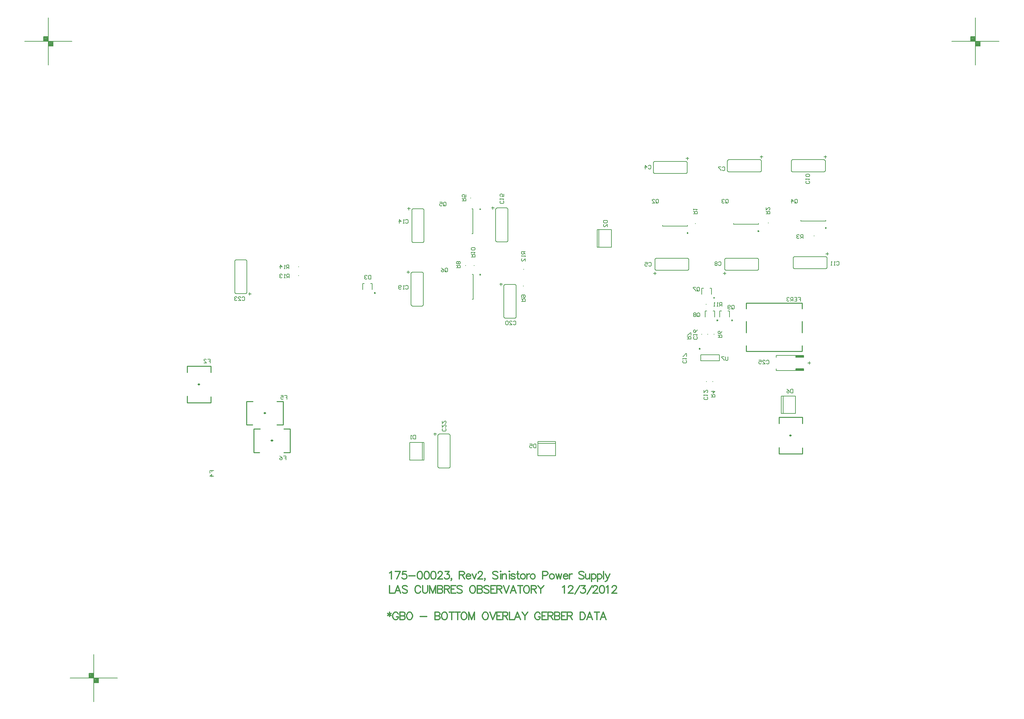
<source format=gbo>
%FSLAX23Y23*%
%MOIN*%
G70*
G01*
G75*
G04 Layer_Color=32896*
%ADD10R,0.209X0.079*%
%ADD11R,0.050X0.050*%
%ADD12R,0.036X0.036*%
%ADD13R,0.059X0.039*%
%ADD14O,0.014X0.067*%
%ADD15O,0.024X0.079*%
%ADD16C,0.050*%
%ADD17C,0.010*%
%ADD18C,0.100*%
%ADD19C,0.025*%
%ADD20C,0.007*%
%ADD21C,0.012*%
%ADD22C,0.008*%
%ADD23C,0.012*%
%ADD24C,0.012*%
%ADD25C,0.020*%
%ADD26C,0.080*%
%ADD27R,0.059X0.059*%
%ADD28C,0.059*%
%ADD29C,0.065*%
%ADD30R,0.079X0.079*%
%ADD31C,0.079*%
%ADD32R,0.100X0.100*%
%ADD33C,0.100*%
%ADD34C,0.070*%
%ADD35R,0.100X0.100*%
%ADD36R,0.059X0.059*%
%ADD37R,0.079X0.079*%
%ADD38C,0.110*%
%ADD39R,0.110X0.110*%
%ADD40C,0.120*%
%ADD41R,0.120X0.120*%
%ADD42C,0.157*%
%ADD43C,0.024*%
%ADD44C,0.050*%
%ADD45C,0.020*%
%ADD46C,0.040*%
%ADD47C,0.005*%
%ADD48C,0.030*%
G04:AMPARAMS|DCode=49|XSize=112mil|YSize=112mil|CornerRadius=0mil|HoleSize=0mil|Usage=FLASHONLY|Rotation=0.000|XOffset=0mil|YOffset=0mil|HoleType=Round|Shape=Relief|Width=10mil|Gap=10mil|Entries=4|*
%AMTHD49*
7,0,0,0.112,0.092,0.010,45*
%
%ADD49THD49*%
%ADD50C,0.072*%
%ADD51C,0.055*%
G04:AMPARAMS|DCode=52|XSize=95.433mil|YSize=95.433mil|CornerRadius=0mil|HoleSize=0mil|Usage=FLASHONLY|Rotation=0.000|XOffset=0mil|YOffset=0mil|HoleType=Round|Shape=Relief|Width=10mil|Gap=10mil|Entries=4|*
%AMTHD52*
7,0,0,0.095,0.075,0.010,45*
%
%ADD52THD52*%
%ADD53C,0.170*%
%ADD54C,0.060*%
%ADD55C,0.067*%
G04:AMPARAMS|DCode=56|XSize=107.244mil|YSize=107.244mil|CornerRadius=0mil|HoleSize=0mil|Usage=FLASHONLY|Rotation=0.000|XOffset=0mil|YOffset=0mil|HoleType=Round|Shape=Relief|Width=10mil|Gap=10mil|Entries=4|*
%AMTHD56*
7,0,0,0.107,0.087,0.010,45*
%
%ADD56THD56*%
G04:AMPARAMS|DCode=57|XSize=120mil|YSize=120mil|CornerRadius=0mil|HoleSize=0mil|Usage=FLASHONLY|Rotation=0.000|XOffset=0mil|YOffset=0mil|HoleType=Round|Shape=Relief|Width=10mil|Gap=10mil|Entries=4|*
%AMTHD57*
7,0,0,0.120,0.100,0.010,45*
%
%ADD57THD57*%
G04:AMPARAMS|DCode=58|XSize=100mil|YSize=100mil|CornerRadius=0mil|HoleSize=0mil|Usage=FLASHONLY|Rotation=0.000|XOffset=0mil|YOffset=0mil|HoleType=Round|Shape=Relief|Width=10mil|Gap=10mil|Entries=4|*
%AMTHD58*
7,0,0,0.100,0.080,0.010,45*
%
%ADD58THD58*%
%ADD59C,0.059*%
%ADD60C,0.091*%
%ADD61C,0.090*%
%ADD62C,0.186*%
G04:AMPARAMS|DCode=63|XSize=88mil|YSize=88mil|CornerRadius=0mil|HoleSize=0mil|Usage=FLASHONLY|Rotation=0.000|XOffset=0mil|YOffset=0mil|HoleType=Round|Shape=Relief|Width=10mil|Gap=10mil|Entries=4|*
%AMTHD63*
7,0,0,0.088,0.068,0.010,45*
%
%ADD63THD63*%
%ADD64C,0.048*%
G04:AMPARAMS|DCode=65|XSize=70mil|YSize=70mil|CornerRadius=0mil|HoleSize=0mil|Usage=FLASHONLY|Rotation=0.000|XOffset=0mil|YOffset=0mil|HoleType=Round|Shape=Relief|Width=10mil|Gap=10mil|Entries=4|*
%AMTHD65*
7,0,0,0.070,0.050,0.010,45*
%
%ADD65THD65*%
%ADD66R,0.063X0.075*%
%ADD67R,0.079X0.209*%
%ADD68R,0.102X0.094*%
%ADD69R,0.268X0.272*%
%ADD70R,0.037X0.075*%
%ADD71R,0.150X0.106*%
%ADD72R,0.050X0.050*%
%ADD73R,0.036X0.032*%
%ADD74R,0.035X0.037*%
%ADD75R,0.035X0.037*%
%ADD76R,0.032X0.036*%
%ADD77R,0.272X0.268*%
%ADD78R,0.075X0.037*%
%ADD79O,0.028X0.098*%
%ADD80C,0.020*%
%ADD81C,0.010*%
%ADD82C,0.024*%
%ADD83C,0.010*%
%ADD84C,0.008*%
%ADD85C,0.030*%
%ADD86C,0.006*%
%ADD87C,0.007*%
%ADD88C,0.015*%
%ADD89R,0.043X0.008*%
%ADD90R,0.257X0.184*%
%ADD91R,0.213X0.083*%
%ADD92R,0.054X0.054*%
%ADD93R,0.040X0.040*%
%ADD94R,0.063X0.043*%
%ADD95O,0.018X0.071*%
%ADD96O,0.028X0.083*%
%ADD97C,0.084*%
%ADD98R,0.063X0.063*%
%ADD99C,0.063*%
%ADD100C,0.069*%
%ADD101R,0.083X0.083*%
%ADD102C,0.083*%
%ADD103R,0.104X0.104*%
%ADD104C,0.104*%
%ADD105C,0.074*%
%ADD106R,0.104X0.104*%
%ADD107R,0.063X0.063*%
%ADD108R,0.083X0.083*%
%ADD109C,0.114*%
%ADD110R,0.114X0.114*%
%ADD111C,0.124*%
%ADD112R,0.124X0.124*%
%ADD113C,0.161*%
%ADD114C,0.028*%
%ADD115C,0.054*%
%ADD116R,2.247X0.329*%
%ADD117R,0.067X0.079*%
%ADD118R,0.083X0.213*%
%ADD119R,0.106X0.098*%
%ADD120R,0.272X0.276*%
%ADD121R,0.041X0.079*%
%ADD122R,0.154X0.110*%
%ADD123R,0.054X0.054*%
%ADD124R,0.040X0.036*%
%ADD125R,0.039X0.041*%
%ADD126R,0.039X0.041*%
%ADD127R,0.036X0.040*%
%ADD128R,0.276X0.272*%
%ADD129R,0.079X0.041*%
%ADD130O,0.032X0.102*%
%ADD131R,0.082X0.020*%
D17*
X23722Y17258D02*
X24312D01*
Y17318D01*
X23722Y17258D02*
Y17318D01*
Y17768D02*
X24312D01*
Y17708D02*
Y17768D01*
X23722Y17708D02*
Y17768D01*
Y17453D02*
Y17573D01*
X24312Y17453D02*
Y17573D01*
D20*
X24389Y17120D02*
Y17150D01*
X24374Y17135D02*
X24404D01*
X23102Y19281D02*
Y19311D01*
X23087Y19296D02*
X23117D01*
X22759Y18066D02*
Y18096D01*
X22744Y18081D02*
X22774D01*
X23884Y19298D02*
Y19328D01*
X23869Y19313D02*
X23899D01*
X23496Y18066D02*
Y18096D01*
X23481Y18081D02*
X23511D01*
X24560Y19298D02*
Y19328D01*
X24545Y19313D02*
X24575D01*
X24579Y18273D02*
Y18303D01*
X24564Y18288D02*
X24594D01*
X20146Y18766D02*
X20176D01*
X20161Y18751D02*
Y18781D01*
X21032Y18773D02*
X21062D01*
X21047Y18758D02*
Y18788D01*
X20139Y18094D02*
X20169D01*
X20154Y18079D02*
Y18109D01*
X21119Y17966D02*
X21149D01*
X21134Y17951D02*
Y17981D01*
X20422Y16383D02*
X20452D01*
X20437Y16368D02*
Y16398D01*
X18466Y17865D02*
X18496D01*
X18481Y17850D02*
Y17880D01*
X18059Y15971D02*
Y15997D01*
X18079D01*
Y15984D01*
Y15997D01*
X18099D01*
Y15937D02*
X18059D01*
X18079Y15957D01*
Y15931D01*
X18037Y17175D02*
X18064D01*
Y17155D01*
X18050D01*
X18064D01*
Y17135D01*
X17997D02*
X18024D01*
X17997Y17162D01*
Y17169D01*
X18004Y17175D01*
X18017D01*
X18024Y17169D01*
X18848Y16791D02*
X18875D01*
Y16771D01*
X18862D01*
X18875D01*
Y16751D01*
X18809Y16791D02*
X18835D01*
Y16771D01*
X18822Y16778D01*
X18815D01*
X18809Y16771D01*
Y16758D01*
X18815Y16751D01*
X18829D01*
X18835Y16758D01*
X18837Y16150D02*
X18864D01*
Y16130D01*
X18851D01*
X18864D01*
Y16110D01*
X18798Y16150D02*
X18811Y16143D01*
X18824Y16130D01*
Y16117D01*
X18818Y16110D01*
X18804D01*
X18798Y16117D01*
Y16123D01*
X18804Y16130D01*
X18824D01*
X23937Y17155D02*
X23943Y17162D01*
X23956D01*
X23963Y17155D01*
Y17129D01*
X23956Y17122D01*
X23943D01*
X23937Y17129D01*
X23897Y17122D02*
X23923D01*
X23897Y17149D01*
Y17155D01*
X23903Y17162D01*
X23917D01*
X23923Y17155D01*
X23857Y17162D02*
X23883D01*
Y17142D01*
X23870Y17149D01*
X23863D01*
X23857Y17142D01*
Y17129D01*
X23863Y17122D01*
X23877D01*
X23883Y17129D01*
X24237Y18830D02*
Y18856D01*
X24244Y18863D01*
X24257D01*
X24264Y18856D01*
Y18830D01*
X24257Y18823D01*
X24244D01*
X24251Y18836D02*
X24237Y18823D01*
X24244D02*
X24237Y18830D01*
X24204Y18823D02*
Y18863D01*
X24224Y18843D01*
X24198D01*
X24271Y17827D02*
X24298D01*
Y17807D01*
X24285D01*
X24298D01*
Y17787D01*
X24232Y17827D02*
X24258D01*
Y17787D01*
X24232D01*
X24258Y17807D02*
X24245D01*
X24218Y17787D02*
Y17827D01*
X24198D01*
X24192Y17820D01*
Y17807D01*
X24198Y17800D01*
X24218D01*
X24205D02*
X24192Y17787D01*
X24178Y17820D02*
X24172Y17827D01*
X24158D01*
X24152Y17820D01*
Y17814D01*
X24158Y17807D01*
X24165D01*
X24158D01*
X24152Y17800D01*
Y17794D01*
X24158Y17787D01*
X24172D01*
X24178Y17794D01*
X23353Y16772D02*
X23393D01*
Y16792D01*
X23386Y16799D01*
X23373D01*
X23366Y16792D01*
Y16772D01*
Y16785D02*
X23353Y16799D01*
Y16832D02*
X23393D01*
X23373Y16812D01*
Y16839D01*
X24325Y18450D02*
Y18490D01*
X24305D01*
X24298Y18483D01*
Y18470D01*
X24305Y18463D01*
X24325D01*
X24312D02*
X24298Y18450D01*
X24285Y18483D02*
X24278Y18490D01*
X24265D01*
X24258Y18483D01*
Y18476D01*
X24265Y18470D01*
X24272D01*
X24265D01*
X24258Y18463D01*
Y18456D01*
X24265Y18450D01*
X24278D01*
X24285Y18456D01*
X22691Y19218D02*
X22697Y19225D01*
X22710D01*
X22717Y19218D01*
Y19192D01*
X22710Y19185D01*
X22697D01*
X22691Y19192D01*
X22657Y19185D02*
Y19225D01*
X22677Y19205D01*
X22651D01*
X22694Y18189D02*
X22700Y18196D01*
X22713D01*
X22720Y18189D01*
Y18163D01*
X22713Y18156D01*
X22700D01*
X22694Y18163D01*
X22654Y18196D02*
X22680D01*
Y18176D01*
X22667Y18183D01*
X22660D01*
X22654Y18176D01*
Y18163D01*
X22660Y18156D01*
X22674D01*
X22680Y18163D01*
X23469Y19201D02*
X23476Y19208D01*
X23489D01*
X23496Y19201D01*
Y19175D01*
X23489Y19168D01*
X23476D01*
X23469Y19175D01*
X23456Y19208D02*
X23430D01*
Y19201D01*
X23456Y19175D01*
Y19168D01*
X23431Y18198D02*
X23438Y18205D01*
X23451D01*
X23458Y18198D01*
Y18172D01*
X23451Y18165D01*
X23438D01*
X23431Y18172D01*
X23418Y18198D02*
X23412Y18205D01*
X23398D01*
X23392Y18198D01*
Y18192D01*
X23398Y18185D01*
X23392Y18178D01*
Y18172D01*
X23398Y18165D01*
X23412D01*
X23418Y18172D01*
Y18178D01*
X23412Y18185D01*
X23418Y18192D01*
Y18198D01*
X23412Y18185D02*
X23398D01*
X24385Y19058D02*
X24392Y19051D01*
Y19038D01*
X24385Y19031D01*
X24359D01*
X24352Y19038D01*
Y19051D01*
X24359Y19058D01*
X24352Y19071D02*
Y19084D01*
Y19078D01*
X24392D01*
X24385Y19071D01*
Y19104D02*
X24392Y19111D01*
Y19124D01*
X24385Y19131D01*
X24359D01*
X24352Y19124D01*
Y19111D01*
X24359Y19104D01*
X24385D01*
X24676Y18201D02*
X24683Y18208D01*
X24696D01*
X24703Y18201D01*
Y18175D01*
X24696Y18168D01*
X24683D01*
X24676Y18175D01*
X24663Y18168D02*
X24650D01*
X24656D01*
Y18208D01*
X24663Y18201D01*
X24630Y18168D02*
X24616D01*
X24623D01*
Y18208D01*
X24630Y18201D01*
X23310Y16774D02*
X23317Y16767D01*
Y16754D01*
X23310Y16747D01*
X23284D01*
X23277Y16754D01*
Y16767D01*
X23284Y16774D01*
X23277Y16787D02*
Y16800D01*
Y16794D01*
X23317D01*
X23310Y16787D01*
X23277Y16847D02*
Y16820D01*
X23304Y16847D01*
X23310D01*
X23317Y16840D01*
Y16827D01*
X23310Y16820D01*
X20125Y18642D02*
X20132Y18649D01*
X20145D01*
X20152Y18642D01*
Y18616D01*
X20145Y18609D01*
X20132D01*
X20125Y18616D01*
X20112Y18609D02*
X20099D01*
X20106D01*
Y18649D01*
X20112Y18642D01*
X20059Y18609D02*
Y18649D01*
X20079Y18629D01*
X20052D01*
X21156Y18846D02*
X21163Y18839D01*
Y18826D01*
X21156Y18819D01*
X21130D01*
X21123Y18826D01*
Y18839D01*
X21130Y18846D01*
X21123Y18859D02*
Y18872D01*
Y18866D01*
X21163D01*
X21156Y18859D01*
X21163Y18919D02*
Y18892D01*
X21143D01*
X21150Y18906D01*
Y18912D01*
X21143Y18919D01*
X21130D01*
X21123Y18912D01*
Y18899D01*
X21130Y18892D01*
X23199Y17412D02*
X23206Y17405D01*
Y17392D01*
X23199Y17385D01*
X23173D01*
X23166Y17392D01*
Y17405D01*
X23173Y17412D01*
X23166Y17425D02*
Y17438D01*
Y17432D01*
X23206D01*
X23199Y17425D01*
X23206Y17485D02*
X23199Y17472D01*
X23186Y17458D01*
X23173D01*
X23166Y17465D01*
Y17478D01*
X23173Y17485D01*
X23179D01*
X23186Y17478D01*
Y17458D01*
X23087Y17159D02*
X23094Y17152D01*
Y17139D01*
X23087Y17132D01*
X23061D01*
X23054Y17139D01*
Y17152D01*
X23061Y17159D01*
X23054Y17172D02*
Y17185D01*
Y17179D01*
X23094D01*
X23087Y17172D01*
X23094Y17205D02*
Y17232D01*
X23087D01*
X23061Y17205D01*
X23054D01*
X20125Y17947D02*
X20132Y17954D01*
X20145D01*
X20152Y17947D01*
Y17921D01*
X20145Y17914D01*
X20132D01*
X20125Y17921D01*
X20112Y17914D02*
X20099D01*
X20106D01*
Y17954D01*
X20112Y17947D01*
X20079Y17921D02*
X20072Y17914D01*
X20059D01*
X20052Y17921D01*
Y17947D01*
X20059Y17954D01*
X20072D01*
X20079Y17947D01*
Y17941D01*
X20072Y17934D01*
X20052D01*
X21263Y17570D02*
X21269Y17577D01*
X21282D01*
X21289Y17570D01*
Y17544D01*
X21282Y17537D01*
X21269D01*
X21263Y17544D01*
X21223Y17537D02*
X21249D01*
X21223Y17564D01*
Y17570D01*
X21229Y17577D01*
X21243D01*
X21249Y17570D01*
X21209D02*
X21203Y17577D01*
X21189D01*
X21183Y17570D01*
Y17544D01*
X21189Y17537D01*
X21203D01*
X21209Y17544D01*
Y17570D01*
X20546Y16439D02*
X20553Y16432D01*
Y16419D01*
X20546Y16412D01*
X20520D01*
X20513Y16419D01*
Y16432D01*
X20520Y16439D01*
X20513Y16479D02*
Y16452D01*
X20540Y16479D01*
X20546D01*
X20553Y16472D01*
Y16459D01*
X20546Y16452D01*
X20513Y16519D02*
Y16492D01*
X20540Y16519D01*
X20546D01*
X20553Y16512D01*
Y16499D01*
X20546Y16492D01*
X18399Y17825D02*
X18406Y17832D01*
X18419D01*
X18426Y17825D01*
Y17799D01*
X18419Y17792D01*
X18406D01*
X18399Y17799D01*
X18360Y17792D02*
X18386D01*
X18360Y17819D01*
Y17825D01*
X18366Y17832D01*
X18380D01*
X18386Y17825D01*
X18346D02*
X18340Y17832D01*
X18326D01*
X18320Y17825D01*
Y17819D01*
X18326Y17812D01*
X18333D01*
X18326D01*
X18320Y17805D01*
Y17799D01*
X18326Y17792D01*
X18340D01*
X18346Y17799D01*
X20232Y16370D02*
Y16330D01*
X20212D01*
X20205Y16336D01*
Y16363D01*
X20212Y16370D01*
X20232D01*
X20192Y16330D02*
X20179D01*
X20185D01*
Y16370D01*
X20192Y16363D01*
X22217Y18639D02*
X22257D01*
Y18619D01*
X22250Y18613D01*
X22224D01*
X22217Y18619D01*
Y18639D01*
X22257Y18573D02*
Y18599D01*
X22230Y18573D01*
X22224D01*
X22217Y18579D01*
Y18593D01*
X22224Y18599D01*
X19759Y18060D02*
Y18020D01*
X19739D01*
X19733Y18027D01*
Y18053D01*
X19739Y18060D01*
X19759D01*
X19719Y18053D02*
X19713Y18060D01*
X19699D01*
X19693Y18053D01*
Y18047D01*
X19699Y18040D01*
X19706D01*
X19699D01*
X19693Y18033D01*
Y18027D01*
X19699Y18020D01*
X19713D01*
X19719Y18027D01*
X21503Y16278D02*
Y16238D01*
X21483D01*
X21476Y16245D01*
Y16271D01*
X21483Y16278D01*
X21503D01*
X21437D02*
X21463D01*
Y16258D01*
X21450Y16265D01*
X21443D01*
X21437Y16258D01*
Y16245D01*
X21443Y16238D01*
X21457D01*
X21463Y16245D01*
X24218Y16857D02*
Y16817D01*
X24198D01*
X24191Y16824D01*
Y16850D01*
X24198Y16857D01*
X24218D01*
X24152D02*
X24165Y16850D01*
X24178Y16837D01*
Y16824D01*
X24172Y16817D01*
X24158D01*
X24152Y16824D01*
Y16830D01*
X24158Y16837D01*
X24178D01*
X22770Y18832D02*
Y18858D01*
X22776Y18865D01*
X22789D01*
X22796Y18858D01*
Y18832D01*
X22789Y18825D01*
X22776D01*
X22783Y18838D02*
X22770Y18825D01*
X22776D02*
X22770Y18832D01*
X22730Y18825D02*
X22756D01*
X22730Y18852D01*
Y18858D01*
X22736Y18865D01*
X22750D01*
X22756Y18858D01*
X23506Y18831D02*
Y18857D01*
X23513Y18864D01*
X23526D01*
X23533Y18857D01*
Y18831D01*
X23526Y18824D01*
X23513D01*
X23519Y18837D02*
X23506Y18824D01*
X23513D02*
X23506Y18831D01*
X23493Y18857D02*
X23486Y18864D01*
X23473D01*
X23466Y18857D01*
Y18851D01*
X23473Y18844D01*
X23479D01*
X23473D01*
X23466Y18837D01*
Y18831D01*
X23473Y18824D01*
X23486D01*
X23493Y18831D01*
X20528Y18801D02*
Y18827D01*
X20534Y18834D01*
X20547D01*
X20554Y18827D01*
Y18801D01*
X20547Y18794D01*
X20534D01*
X20541Y18807D02*
X20528Y18794D01*
X20534D02*
X20528Y18801D01*
X20488Y18834D02*
X20514D01*
Y18814D01*
X20501Y18821D01*
X20494D01*
X20488Y18814D01*
Y18801D01*
X20494Y18794D01*
X20508D01*
X20514Y18801D01*
X20544Y18105D02*
Y18131D01*
X20550Y18138D01*
X20563D01*
X20570Y18131D01*
Y18105D01*
X20563Y18098D01*
X20550D01*
X20557Y18111D02*
X20544Y18098D01*
X20550D02*
X20544Y18105D01*
X20504Y18138D02*
X20517Y18131D01*
X20530Y18118D01*
Y18105D01*
X20524Y18098D01*
X20510D01*
X20504Y18105D01*
Y18111D01*
X20510Y18118D01*
X20530D01*
X23202Y17901D02*
Y17927D01*
X23209Y17934D01*
X23222D01*
X23229Y17927D01*
Y17901D01*
X23222Y17894D01*
X23209D01*
X23216Y17907D02*
X23202Y17894D01*
X23209D02*
X23202Y17901D01*
X23189Y17934D02*
X23163D01*
Y17927D01*
X23189Y17901D01*
Y17894D01*
X23205Y17629D02*
Y17655D01*
X23212Y17662D01*
X23225D01*
X23232Y17655D01*
Y17629D01*
X23225Y17622D01*
X23212D01*
X23219Y17635D02*
X23205Y17622D01*
X23212D02*
X23205Y17629D01*
X23192Y17655D02*
X23186Y17662D01*
X23172D01*
X23166Y17655D01*
Y17649D01*
X23172Y17642D01*
X23166Y17635D01*
Y17629D01*
X23172Y17622D01*
X23186D01*
X23192Y17629D01*
Y17635D01*
X23186Y17642D01*
X23192Y17649D01*
Y17655D01*
X23186Y17642D02*
X23172D01*
X23569Y17711D02*
Y17737D01*
X23576Y17744D01*
X23589D01*
X23596Y17737D01*
Y17711D01*
X23589Y17704D01*
X23576D01*
X23583Y17717D02*
X23569Y17704D01*
X23576D02*
X23569Y17711D01*
X23556D02*
X23550Y17704D01*
X23536D01*
X23530Y17711D01*
Y17737D01*
X23536Y17744D01*
X23550D01*
X23556Y17737D01*
Y17731D01*
X23550Y17724D01*
X23530D01*
X23166Y18710D02*
X23206D01*
Y18730D01*
X23200Y18737D01*
X23186D01*
X23180Y18730D01*
Y18710D01*
Y18723D02*
X23166Y18737D01*
Y18750D02*
Y18763D01*
Y18757D01*
X23206D01*
X23200Y18750D01*
X23934Y18711D02*
X23974D01*
Y18731D01*
X23967Y18737D01*
X23954D01*
X23947Y18731D01*
Y18711D01*
Y18724D02*
X23934Y18737D01*
Y18777D02*
Y18751D01*
X23960Y18777D01*
X23967D01*
X23974Y18771D01*
Y18757D01*
X23967Y18751D01*
X20723Y18847D02*
X20763D01*
Y18867D01*
X20756Y18874D01*
X20743D01*
X20736Y18867D01*
Y18847D01*
Y18860D02*
X20723Y18874D01*
X20763Y18914D02*
Y18887D01*
X20743D01*
X20750Y18900D01*
Y18907D01*
X20743Y18914D01*
X20730D01*
X20723Y18907D01*
Y18894D01*
X20730Y18887D01*
X23427Y17402D02*
X23467D01*
Y17422D01*
X23460Y17429D01*
X23447D01*
X23440Y17422D01*
Y17402D01*
Y17415D02*
X23427Y17429D01*
X23467Y17469D02*
X23460Y17455D01*
X23447Y17442D01*
X23434D01*
X23427Y17449D01*
Y17462D01*
X23434Y17469D01*
X23440D01*
X23447Y17462D01*
Y17442D01*
X23101Y17388D02*
X23141D01*
Y17408D01*
X23134Y17415D01*
X23121D01*
X23114Y17408D01*
Y17388D01*
Y17401D02*
X23101Y17415D01*
X23141Y17428D02*
Y17455D01*
X23134D01*
X23108Y17428D01*
X23101D01*
X20665Y18139D02*
X20705D01*
Y18159D01*
X20698Y18166D01*
X20685D01*
X20678Y18159D01*
Y18139D01*
Y18152D02*
X20665Y18166D01*
X20698Y18179D02*
X20705Y18186D01*
Y18199D01*
X20698Y18206D01*
X20692D01*
X20685Y18199D01*
X20678Y18206D01*
X20672D01*
X20665Y18199D01*
Y18186D01*
X20672Y18179D01*
X20678D01*
X20685Y18186D01*
X20692Y18179D01*
X20698D01*
X20685Y18186D02*
Y18199D01*
X21349Y17785D02*
X21389D01*
Y17805D01*
X21382Y17812D01*
X21369D01*
X21362Y17805D01*
Y17785D01*
Y17798D02*
X21349Y17812D01*
X21356Y17825D02*
X21349Y17832D01*
Y17845D01*
X21356Y17852D01*
X21382D01*
X21389Y17845D01*
Y17832D01*
X21382Y17825D01*
X21376D01*
X21369Y17832D01*
Y17852D01*
X20821Y18255D02*
X20861D01*
Y18275D01*
X20854Y18282D01*
X20841D01*
X20834Y18275D01*
Y18255D01*
Y18268D02*
X20821Y18282D01*
Y18295D02*
Y18308D01*
Y18302D01*
X20861D01*
X20854Y18295D01*
Y18328D02*
X20861Y18335D01*
Y18348D01*
X20854Y18355D01*
X20828D01*
X20821Y18348D01*
Y18335D01*
X20828Y18328D01*
X20854D01*
X23466Y17735D02*
Y17775D01*
X23446D01*
X23440Y17768D01*
Y17755D01*
X23446Y17748D01*
X23466D01*
X23453D02*
X23440Y17735D01*
X23426D02*
X23413D01*
X23420D01*
Y17775D01*
X23426Y17768D01*
X23393Y17735D02*
X23380D01*
X23386D01*
Y17775D01*
X23393Y17768D01*
X21389Y18311D02*
X21349D01*
Y18291D01*
X21356Y18284D01*
X21369D01*
X21376Y18291D01*
Y18311D01*
Y18298D02*
X21389Y18284D01*
Y18271D02*
Y18258D01*
Y18264D01*
X21349D01*
X21356Y18271D01*
X21389Y18211D02*
Y18238D01*
X21363Y18211D01*
X21356D01*
X21349Y18218D01*
Y18231D01*
X21356Y18238D01*
X18897Y18032D02*
Y18072D01*
X18877D01*
X18871Y18065D01*
Y18052D01*
X18877Y18045D01*
X18897D01*
X18884D02*
X18871Y18032D01*
X18857D02*
X18844D01*
X18851D01*
Y18072D01*
X18857Y18065D01*
X18824D02*
X18817Y18072D01*
X18804D01*
X18797Y18065D01*
Y18059D01*
X18804Y18052D01*
X18811D01*
X18804D01*
X18797Y18045D01*
Y18039D01*
X18804Y18032D01*
X18817D01*
X18824Y18039D01*
X18895Y18131D02*
Y18171D01*
X18875D01*
X18868Y18164D01*
Y18151D01*
X18875Y18144D01*
X18895D01*
X18882D02*
X18868Y18131D01*
X18855D02*
X18842D01*
X18849D01*
Y18171D01*
X18855Y18164D01*
X18802Y18131D02*
Y18171D01*
X18822Y18151D01*
X18795D01*
X23531Y17200D02*
Y17167D01*
X23524Y17160D01*
X23511D01*
X23504Y17167D01*
Y17200D01*
X23491D02*
X23465D01*
Y17193D01*
X23491Y17167D01*
Y17160D01*
D21*
X19956Y14499D02*
Y14454D01*
X19937Y14488D02*
X19975Y14465D01*
Y14488D02*
X19937Y14465D01*
X20049Y14480D02*
X20045Y14488D01*
X20037Y14496D01*
X20030Y14499D01*
X20014D01*
X20007Y14496D01*
X19999Y14488D01*
X19995Y14480D01*
X19991Y14469D01*
Y14450D01*
X19995Y14439D01*
X19999Y14431D01*
X20007Y14423D01*
X20014Y14419D01*
X20030D01*
X20037Y14423D01*
X20045Y14431D01*
X20049Y14439D01*
Y14450D01*
X20030D02*
X20049D01*
X20067Y14499D02*
Y14419D01*
Y14499D02*
X20101D01*
X20113Y14496D01*
X20116Y14492D01*
X20120Y14484D01*
Y14477D01*
X20116Y14469D01*
X20113Y14465D01*
X20101Y14461D01*
X20067D02*
X20101D01*
X20113Y14458D01*
X20116Y14454D01*
X20120Y14446D01*
Y14435D01*
X20116Y14427D01*
X20113Y14423D01*
X20101Y14419D01*
X20067D01*
X20161Y14499D02*
X20153Y14496D01*
X20146Y14488D01*
X20142Y14480D01*
X20138Y14469D01*
Y14450D01*
X20142Y14439D01*
X20146Y14431D01*
X20153Y14423D01*
X20161Y14419D01*
X20176D01*
X20184Y14423D01*
X20191Y14431D01*
X20195Y14439D01*
X20199Y14450D01*
Y14469D01*
X20195Y14480D01*
X20191Y14488D01*
X20184Y14496D01*
X20176Y14499D01*
X20161D01*
X20281Y14454D02*
X20349D01*
X20436Y14499D02*
Y14419D01*
Y14499D02*
X20470D01*
X20481Y14496D01*
X20485Y14492D01*
X20489Y14484D01*
Y14477D01*
X20485Y14469D01*
X20481Y14465D01*
X20470Y14461D01*
X20436D02*
X20470D01*
X20481Y14458D01*
X20485Y14454D01*
X20489Y14446D01*
Y14435D01*
X20485Y14427D01*
X20481Y14423D01*
X20470Y14419D01*
X20436D01*
X20530Y14499D02*
X20522Y14496D01*
X20514Y14488D01*
X20511Y14480D01*
X20507Y14469D01*
Y14450D01*
X20511Y14439D01*
X20514Y14431D01*
X20522Y14423D01*
X20530Y14419D01*
X20545D01*
X20553Y14423D01*
X20560Y14431D01*
X20564Y14439D01*
X20568Y14450D01*
Y14469D01*
X20564Y14480D01*
X20560Y14488D01*
X20553Y14496D01*
X20545Y14499D01*
X20530D01*
X20613D02*
Y14419D01*
X20586Y14499D02*
X20640D01*
X20676D02*
Y14419D01*
X20649Y14499D02*
X20703D01*
X20735D02*
X20727Y14496D01*
X20720Y14488D01*
X20716Y14480D01*
X20712Y14469D01*
Y14450D01*
X20716Y14439D01*
X20720Y14431D01*
X20727Y14423D01*
X20735Y14419D01*
X20750D01*
X20758Y14423D01*
X20765Y14431D01*
X20769Y14439D01*
X20773Y14450D01*
Y14469D01*
X20769Y14480D01*
X20765Y14488D01*
X20758Y14496D01*
X20750Y14499D01*
X20735D01*
X20792D02*
Y14419D01*
Y14499D02*
X20822Y14419D01*
X20853Y14499D02*
X20822Y14419D01*
X20853Y14499D02*
Y14419D01*
X20961Y14499D02*
X20954Y14496D01*
X20946Y14488D01*
X20942Y14480D01*
X20938Y14469D01*
Y14450D01*
X20942Y14439D01*
X20946Y14431D01*
X20954Y14423D01*
X20961Y14419D01*
X20976D01*
X20984Y14423D01*
X20992Y14431D01*
X20995Y14439D01*
X20999Y14450D01*
Y14469D01*
X20995Y14480D01*
X20992Y14488D01*
X20984Y14496D01*
X20976Y14499D01*
X20961D01*
X21018D02*
X21048Y14419D01*
X21079Y14499D02*
X21048Y14419D01*
X21139Y14499D02*
X21089D01*
Y14419D01*
X21139D01*
X21089Y14461D02*
X21120D01*
X21152Y14499D02*
Y14419D01*
Y14499D02*
X21186D01*
X21198Y14496D01*
X21202Y14492D01*
X21205Y14484D01*
Y14477D01*
X21202Y14469D01*
X21198Y14465D01*
X21186Y14461D01*
X21152D01*
X21179D02*
X21205Y14419D01*
X21223Y14499D02*
Y14419D01*
X21269D01*
X21339D02*
X21308Y14499D01*
X21278Y14419D01*
X21289Y14446D02*
X21327D01*
X21357Y14499D02*
X21388Y14461D01*
Y14419D01*
X21418Y14499D02*
X21388Y14461D01*
X21548Y14480D02*
X21545Y14488D01*
X21537Y14496D01*
X21529Y14499D01*
X21514D01*
X21507Y14496D01*
X21499Y14488D01*
X21495Y14480D01*
X21491Y14469D01*
Y14450D01*
X21495Y14439D01*
X21499Y14431D01*
X21507Y14423D01*
X21514Y14419D01*
X21529D01*
X21537Y14423D01*
X21545Y14431D01*
X21548Y14439D01*
Y14450D01*
X21529D02*
X21548D01*
X21616Y14499D02*
X21567D01*
Y14419D01*
X21616D01*
X21567Y14461D02*
X21597D01*
X21630Y14499D02*
Y14419D01*
Y14499D02*
X21664D01*
X21675Y14496D01*
X21679Y14492D01*
X21683Y14484D01*
Y14477D01*
X21679Y14469D01*
X21675Y14465D01*
X21664Y14461D01*
X21630D01*
X21656D02*
X21683Y14419D01*
X21701Y14499D02*
Y14419D01*
Y14499D02*
X21735D01*
X21747Y14496D01*
X21750Y14492D01*
X21754Y14484D01*
Y14477D01*
X21750Y14469D01*
X21747Y14465D01*
X21735Y14461D01*
X21701D02*
X21735D01*
X21747Y14458D01*
X21750Y14454D01*
X21754Y14446D01*
Y14435D01*
X21750Y14427D01*
X21747Y14423D01*
X21735Y14419D01*
X21701D01*
X21822Y14499D02*
X21772D01*
Y14419D01*
X21822D01*
X21772Y14461D02*
X21803D01*
X21835Y14499D02*
Y14419D01*
Y14499D02*
X21869D01*
X21881Y14496D01*
X21884Y14492D01*
X21888Y14484D01*
Y14477D01*
X21884Y14469D01*
X21881Y14465D01*
X21869Y14461D01*
X21835D01*
X21862D02*
X21888Y14419D01*
X21969Y14499D02*
Y14419D01*
Y14499D02*
X21996D01*
X22007Y14496D01*
X22015Y14488D01*
X22018Y14480D01*
X22022Y14469D01*
Y14450D01*
X22018Y14439D01*
X22015Y14431D01*
X22007Y14423D01*
X21996Y14419D01*
X21969D01*
X22101D02*
X22071Y14499D01*
X22040Y14419D01*
X22052Y14446D02*
X22090D01*
X22146Y14499D02*
Y14419D01*
X22120Y14499D02*
X22173D01*
X22244Y14419D02*
X22213Y14499D01*
X22183Y14419D01*
X22194Y14446D02*
X22232D01*
D22*
X23101Y19251D02*
X23097Y19261D01*
X23087Y19265D01*
Y19137D02*
X23097Y19141D01*
X23101Y19151D01*
X22743D02*
X22747Y19141D01*
X22757Y19137D01*
Y19265D02*
X22747Y19261D01*
X22743Y19251D01*
X22760Y18126D02*
X22764Y18116D01*
X22774Y18112D01*
Y18240D02*
X22764Y18236D01*
X22760Y18226D01*
X23118D02*
X23114Y18236D01*
X23104Y18240D01*
Y18112D02*
X23114Y18116D01*
X23118Y18126D01*
X23883Y19268D02*
X23879Y19278D01*
X23869Y19282D01*
Y19154D02*
X23879Y19158D01*
X23883Y19168D01*
X23525D02*
X23529Y19158D01*
X23539Y19154D01*
Y19282D02*
X23529Y19278D01*
X23525Y19268D01*
X23497Y18126D02*
X23501Y18116D01*
X23511Y18112D01*
Y18240D02*
X23501Y18236D01*
X23497Y18226D01*
X23855D02*
X23851Y18236D01*
X23841Y18240D01*
Y18112D02*
X23851Y18116D01*
X23855Y18126D01*
X24559Y19268D02*
X24555Y19278D01*
X24545Y19282D01*
Y19154D02*
X24555Y19158D01*
X24559Y19168D01*
X24201D02*
X24205Y19158D01*
X24215Y19154D01*
Y19282D02*
X24205Y19278D01*
X24201Y19268D01*
X24578Y18243D02*
X24574Y18253D01*
X24564Y18257D01*
Y18129D02*
X24574Y18133D01*
X24578Y18143D01*
X24220D02*
X24224Y18133D01*
X24234Y18129D01*
Y18257D02*
X24224Y18253D01*
X24220Y18243D01*
X20206Y18765D02*
X20196Y18761D01*
X20192Y18751D01*
X20320D02*
X20316Y18761D01*
X20306Y18765D01*
Y18407D02*
X20316Y18411D01*
X20320Y18421D01*
X20192D02*
X20196Y18411D01*
X20206Y18407D01*
X21092Y18772D02*
X21082Y18768D01*
X21078Y18758D01*
X21206D02*
X21202Y18768D01*
X21192Y18772D01*
Y18414D02*
X21202Y18418D01*
X21206Y18428D01*
X21078D02*
X21082Y18418D01*
X21092Y18414D01*
X20199Y18093D02*
X20189Y18089D01*
X20185Y18079D01*
X20313D02*
X20309Y18089D01*
X20299Y18093D01*
Y17735D02*
X20309Y17739D01*
X20313Y17749D01*
X20185D02*
X20189Y17739D01*
X20199Y17735D01*
X21179Y17965D02*
X21169Y17961D01*
X21165Y17951D01*
X21293D02*
X21289Y17961D01*
X21279Y17965D01*
Y17607D02*
X21289Y17611D01*
X21293Y17621D01*
X21165D02*
X21169Y17611D01*
X21179Y17607D01*
X20482Y16382D02*
X20472Y16378D01*
X20468Y16368D01*
X20596D02*
X20592Y16378D01*
X20582Y16382D01*
Y16024D02*
X20592Y16028D01*
X20596Y16038D01*
X20468D02*
X20472Y16028D01*
X20482Y16024D01*
X18436Y17866D02*
X18446Y17870D01*
X18450Y17880D01*
X18322D02*
X18327Y17870D01*
X18336Y17866D01*
Y18224D02*
X18327Y18220D01*
X18322Y18210D01*
X18450D02*
X18446Y18220D01*
X18436Y18224D01*
X24247Y17195D02*
Y17215D01*
Y17055D02*
Y17075D01*
X24039Y17195D02*
Y17215D01*
X24329Y17195D02*
Y17215D01*
Y17055D02*
Y17075D01*
X24039Y17055D02*
Y17075D01*
X24247Y17195D02*
X24329D01*
X24247Y17075D02*
X24329D01*
X24039Y17215D02*
X24329D01*
X24039Y17055D02*
X24329D01*
X22757Y19137D02*
X23087D01*
X22757Y19265D02*
X23087D01*
X23101Y19151D02*
Y19251D01*
X22743Y19151D02*
Y19251D01*
X22774Y18240D02*
X23104D01*
X22774Y18112D02*
X23104D01*
X22760Y18126D02*
Y18226D01*
X23118Y18126D02*
Y18226D01*
X23539Y19154D02*
X23869D01*
X23539Y19282D02*
X23869D01*
X23883Y19168D02*
Y19268D01*
X23525Y19168D02*
Y19268D01*
X23511Y18240D02*
X23841D01*
X23511Y18112D02*
X23841D01*
X23497Y18126D02*
Y18226D01*
X23855Y18126D02*
Y18226D01*
X24215Y19154D02*
X24545D01*
X24215Y19282D02*
X24545D01*
X24559Y19168D02*
Y19268D01*
X24201Y19168D02*
Y19268D01*
X24234Y18129D02*
X24564D01*
X24234Y18257D02*
X24564D01*
X24578Y18143D02*
Y18243D01*
X24220Y18143D02*
Y18243D01*
X20320Y18421D02*
Y18751D01*
X20192Y18421D02*
Y18751D01*
X20206Y18765D02*
X20306D01*
X20206Y18407D02*
X20306D01*
X21206Y18428D02*
Y18758D01*
X21078Y18428D02*
Y18758D01*
X21092Y18772D02*
X21192D01*
X21092Y18414D02*
X21192D01*
X20313Y17749D02*
Y18079D01*
X20185Y17749D02*
Y18079D01*
X20199Y18093D02*
X20299D01*
X20199Y17735D02*
X20299D01*
X21293Y17621D02*
Y17951D01*
X21165Y17621D02*
Y17951D01*
X21179Y17965D02*
X21279D01*
X21179Y17607D02*
X21279D01*
X20596Y16038D02*
Y16368D01*
X20468Y16038D02*
Y16368D01*
X20482Y16382D02*
X20582D01*
X20482Y16024D02*
X20582D01*
X18322Y17880D02*
Y18210D01*
X18450Y17880D02*
Y18210D01*
X18336Y17866D02*
X18436D01*
X18336Y18224D02*
X18436D01*
X25895Y20535D02*
X26395D01*
X26145Y20285D02*
Y20785D01*
X26095Y20535D02*
Y20585D01*
X26145D01*
X26195Y20485D02*
Y20535D01*
X26145Y20485D02*
X26195D01*
X26150Y20530D02*
X26190D01*
Y20490D02*
Y20530D01*
X26150Y20490D02*
X26190D01*
X26150D02*
Y20530D01*
X26155Y20525D02*
X26185D01*
Y20495D02*
Y20525D01*
X26155Y20495D02*
X26185D01*
X26155D02*
Y20520D01*
X26160D02*
X26180D01*
Y20500D02*
Y20520D01*
X26160Y20500D02*
X26180D01*
X26160D02*
Y20515D01*
X26165D02*
X26175D01*
Y20505D02*
Y20515D01*
X26165Y20505D02*
X26175D01*
X26165D02*
Y20515D01*
Y20510D02*
X26175D01*
X26100Y20580D02*
X26140D01*
Y20540D02*
Y20580D01*
X26100Y20540D02*
X26140D01*
X26100D02*
Y20580D01*
X26105Y20575D02*
X26135D01*
Y20545D02*
Y20575D01*
X26105Y20545D02*
X26135D01*
X26105D02*
Y20570D01*
X26110D02*
X26130D01*
Y20550D02*
Y20570D01*
X26110Y20550D02*
X26130D01*
X26110D02*
Y20565D01*
X26115D02*
X26125D01*
Y20555D02*
Y20565D01*
X26115Y20555D02*
X26125D01*
X26115D02*
Y20565D01*
Y20560D02*
X26125D01*
X16105Y20535D02*
X16605D01*
X16355Y20285D02*
Y20785D01*
X16305Y20535D02*
Y20585D01*
X16355D01*
X16405Y20485D02*
Y20535D01*
X16355Y20485D02*
X16405D01*
X16360Y20530D02*
X16400D01*
Y20490D02*
Y20530D01*
X16360Y20490D02*
X16400D01*
X16360D02*
Y20530D01*
X16365Y20525D02*
X16395D01*
Y20495D02*
Y20525D01*
X16365Y20495D02*
X16395D01*
X16365D02*
Y20520D01*
X16370D02*
X16390D01*
Y20500D02*
Y20520D01*
X16370Y20500D02*
X16390D01*
X16370D02*
Y20515D01*
X16375D02*
X16385D01*
Y20505D02*
Y20515D01*
X16375Y20505D02*
X16385D01*
X16375D02*
Y20515D01*
Y20510D02*
X16385D01*
X16310Y20580D02*
X16350D01*
Y20540D02*
Y20580D01*
X16310Y20540D02*
X16350D01*
X16310D02*
Y20580D01*
X16315Y20575D02*
X16345D01*
Y20545D02*
Y20575D01*
X16315Y20545D02*
X16345D01*
X16315D02*
Y20570D01*
X16320D02*
X16340D01*
Y20550D02*
Y20570D01*
X16320Y20550D02*
X16340D01*
X16320D02*
Y20565D01*
X16325D02*
X16335D01*
Y20555D02*
Y20565D01*
X16325Y20555D02*
X16335D01*
X16325D02*
Y20565D01*
Y20560D02*
X16335D01*
X16582Y13805D02*
X17082D01*
X16832Y13555D02*
Y14055D01*
X16782Y13805D02*
Y13855D01*
X16832D01*
X16882Y13755D02*
Y13805D01*
X16832Y13755D02*
X16882D01*
X16837Y13800D02*
X16877D01*
Y13760D02*
Y13800D01*
X16837Y13760D02*
X16877D01*
X16837D02*
Y13800D01*
X16842Y13795D02*
X16872D01*
Y13765D02*
Y13795D01*
X16842Y13765D02*
X16872D01*
X16842D02*
Y13790D01*
X16847D02*
X16867D01*
Y13770D02*
Y13790D01*
X16847Y13770D02*
X16867D01*
X16847D02*
Y13785D01*
X16852D02*
X16862D01*
Y13775D02*
Y13785D01*
X16852Y13775D02*
X16862D01*
X16852D02*
Y13785D01*
Y13780D02*
X16862D01*
X16787Y13850D02*
X16827D01*
Y13810D02*
Y13850D01*
X16787Y13810D02*
X16827D01*
X16787D02*
Y13850D01*
X16792Y13845D02*
X16822D01*
Y13815D02*
Y13845D01*
X16792Y13815D02*
X16822D01*
X16792D02*
Y13840D01*
X16797D02*
X16817D01*
Y13820D02*
Y13840D01*
X16797Y13820D02*
X16817D01*
X16797D02*
Y13835D01*
X16802D02*
X16812D01*
Y13825D02*
Y13835D01*
X16802Y13825D02*
X16812D01*
X16802D02*
Y13835D01*
Y13830D02*
X16812D01*
D23*
X19958Y14780D02*
Y14700D01*
X20004D01*
X20073D02*
X20043Y14780D01*
X20013Y14700D01*
X20024Y14727D02*
X20062D01*
X20145Y14769D02*
X20138Y14776D01*
X20126Y14780D01*
X20111D01*
X20100Y14776D01*
X20092Y14769D01*
Y14761D01*
X20096Y14753D01*
X20100Y14750D01*
X20107Y14746D01*
X20130Y14738D01*
X20138Y14734D01*
X20142Y14731D01*
X20145Y14723D01*
Y14711D01*
X20138Y14704D01*
X20126Y14700D01*
X20111D01*
X20100Y14704D01*
X20092Y14711D01*
X20283Y14761D02*
X20280Y14769D01*
X20272Y14776D01*
X20264Y14780D01*
X20249D01*
X20241Y14776D01*
X20234Y14769D01*
X20230Y14761D01*
X20226Y14750D01*
Y14731D01*
X20230Y14719D01*
X20234Y14711D01*
X20241Y14704D01*
X20249Y14700D01*
X20264D01*
X20272Y14704D01*
X20280Y14711D01*
X20283Y14719D01*
X20306Y14780D02*
Y14723D01*
X20310Y14711D01*
X20317Y14704D01*
X20329Y14700D01*
X20336D01*
X20348Y14704D01*
X20355Y14711D01*
X20359Y14723D01*
Y14780D01*
X20381D02*
Y14700D01*
Y14780D02*
X20412Y14700D01*
X20442Y14780D02*
X20412Y14700D01*
X20442Y14780D02*
Y14700D01*
X20465Y14780D02*
Y14700D01*
Y14780D02*
X20499D01*
X20511Y14776D01*
X20515Y14772D01*
X20518Y14765D01*
Y14757D01*
X20515Y14750D01*
X20511Y14746D01*
X20499Y14742D01*
X20465D02*
X20499D01*
X20511Y14738D01*
X20515Y14734D01*
X20518Y14727D01*
Y14715D01*
X20515Y14708D01*
X20511Y14704D01*
X20499Y14700D01*
X20465D01*
X20536Y14780D02*
Y14700D01*
Y14780D02*
X20570D01*
X20582Y14776D01*
X20586Y14772D01*
X20590Y14765D01*
Y14757D01*
X20586Y14750D01*
X20582Y14746D01*
X20570Y14742D01*
X20536D01*
X20563D02*
X20590Y14700D01*
X20657Y14780D02*
X20607D01*
Y14700D01*
X20657D01*
X20607Y14742D02*
X20638D01*
X20724Y14769D02*
X20716Y14776D01*
X20705Y14780D01*
X20689D01*
X20678Y14776D01*
X20670Y14769D01*
Y14761D01*
X20674Y14753D01*
X20678Y14750D01*
X20686Y14746D01*
X20708Y14738D01*
X20716Y14734D01*
X20720Y14731D01*
X20724Y14723D01*
Y14711D01*
X20716Y14704D01*
X20705Y14700D01*
X20689D01*
X20678Y14704D01*
X20670Y14711D01*
X20827Y14780D02*
X20820Y14776D01*
X20812Y14769D01*
X20808Y14761D01*
X20804Y14750D01*
Y14731D01*
X20808Y14719D01*
X20812Y14711D01*
X20820Y14704D01*
X20827Y14700D01*
X20842D01*
X20850Y14704D01*
X20858Y14711D01*
X20861Y14719D01*
X20865Y14731D01*
Y14750D01*
X20861Y14761D01*
X20858Y14769D01*
X20850Y14776D01*
X20842Y14780D01*
X20827D01*
X20884D02*
Y14700D01*
Y14780D02*
X20918D01*
X20930Y14776D01*
X20933Y14772D01*
X20937Y14765D01*
Y14757D01*
X20933Y14750D01*
X20930Y14746D01*
X20918Y14742D01*
X20884D02*
X20918D01*
X20930Y14738D01*
X20933Y14734D01*
X20937Y14727D01*
Y14715D01*
X20933Y14708D01*
X20930Y14704D01*
X20918Y14700D01*
X20884D01*
X21008Y14769D02*
X21001Y14776D01*
X20989Y14780D01*
X20974D01*
X20963Y14776D01*
X20955Y14769D01*
Y14761D01*
X20959Y14753D01*
X20963Y14750D01*
X20970Y14746D01*
X20993Y14738D01*
X21001Y14734D01*
X21005Y14731D01*
X21008Y14723D01*
Y14711D01*
X21001Y14704D01*
X20989Y14700D01*
X20974D01*
X20963Y14704D01*
X20955Y14711D01*
X21076Y14780D02*
X21026D01*
Y14700D01*
X21076D01*
X21026Y14742D02*
X21057D01*
X21089Y14780D02*
Y14700D01*
Y14780D02*
X21124D01*
X21135Y14776D01*
X21139Y14772D01*
X21143Y14765D01*
Y14757D01*
X21139Y14750D01*
X21135Y14746D01*
X21124Y14742D01*
X21089D01*
X21116D02*
X21143Y14700D01*
X21160Y14780D02*
X21191Y14700D01*
X21221Y14780D02*
X21191Y14700D01*
X21293D02*
X21262Y14780D01*
X21232Y14700D01*
X21243Y14727D02*
X21281D01*
X21338Y14780D02*
Y14700D01*
X21311Y14780D02*
X21365D01*
X21397D02*
X21389Y14776D01*
X21382Y14769D01*
X21378Y14761D01*
X21374Y14750D01*
Y14731D01*
X21378Y14719D01*
X21382Y14711D01*
X21389Y14704D01*
X21397Y14700D01*
X21412D01*
X21420Y14704D01*
X21427Y14711D01*
X21431Y14719D01*
X21435Y14731D01*
Y14750D01*
X21431Y14761D01*
X21427Y14769D01*
X21420Y14776D01*
X21412Y14780D01*
X21397D01*
X21454D02*
Y14700D01*
Y14780D02*
X21488D01*
X21499Y14776D01*
X21503Y14772D01*
X21507Y14765D01*
Y14757D01*
X21503Y14750D01*
X21499Y14746D01*
X21488Y14742D01*
X21454D01*
X21480D02*
X21507Y14700D01*
X21525Y14780D02*
X21555Y14742D01*
Y14700D01*
X21586Y14780D02*
X21555Y14742D01*
X21785Y14765D02*
X21792Y14769D01*
X21804Y14780D01*
Y14700D01*
X21847Y14761D02*
Y14765D01*
X21851Y14772D01*
X21855Y14776D01*
X21862Y14780D01*
X21878D01*
X21885Y14776D01*
X21889Y14772D01*
X21893Y14765D01*
Y14757D01*
X21889Y14750D01*
X21881Y14738D01*
X21843Y14700D01*
X21897D01*
X21915Y14689D02*
X21968Y14780D01*
X21981D02*
X22023D01*
X22000Y14750D01*
X22011D01*
X22019Y14746D01*
X22023Y14742D01*
X22027Y14731D01*
Y14723D01*
X22023Y14711D01*
X22015Y14704D01*
X22004Y14700D01*
X21992D01*
X21981Y14704D01*
X21977Y14708D01*
X21973Y14715D01*
X22044Y14689D02*
X22098Y14780D01*
X22107Y14761D02*
Y14765D01*
X22111Y14772D01*
X22115Y14776D01*
X22122Y14780D01*
X22137D01*
X22145Y14776D01*
X22149Y14772D01*
X22153Y14765D01*
Y14757D01*
X22149Y14750D01*
X22141Y14738D01*
X22103Y14700D01*
X22156D01*
X22197Y14780D02*
X22186Y14776D01*
X22178Y14765D01*
X22174Y14746D01*
Y14734D01*
X22178Y14715D01*
X22186Y14704D01*
X22197Y14700D01*
X22205D01*
X22216Y14704D01*
X22224Y14715D01*
X22228Y14734D01*
Y14746D01*
X22224Y14765D01*
X22216Y14776D01*
X22205Y14780D01*
X22197D01*
X22246Y14765D02*
X22253Y14769D01*
X22265Y14780D01*
Y14700D01*
X22308Y14761D02*
Y14765D01*
X22312Y14772D01*
X22316Y14776D01*
X22323Y14780D01*
X22338D01*
X22346Y14776D01*
X22350Y14772D01*
X22354Y14765D01*
Y14757D01*
X22350Y14750D01*
X22342Y14738D01*
X22304Y14700D01*
X22358D01*
D24*
X19958Y14915D02*
X19966Y14919D01*
X19977Y14930D01*
Y14850D01*
X20070Y14930D02*
X20032Y14850D01*
X20017Y14930D02*
X20070D01*
X20134D02*
X20096D01*
X20092Y14896D01*
X20096Y14900D01*
X20107Y14903D01*
X20118D01*
X20130Y14900D01*
X20137Y14892D01*
X20141Y14881D01*
Y14873D01*
X20137Y14861D01*
X20130Y14854D01*
X20118Y14850D01*
X20107D01*
X20096Y14854D01*
X20092Y14858D01*
X20088Y14865D01*
X20159Y14884D02*
X20228D01*
X20274Y14930D02*
X20263Y14926D01*
X20255Y14915D01*
X20251Y14896D01*
Y14884D01*
X20255Y14865D01*
X20263Y14854D01*
X20274Y14850D01*
X20282D01*
X20293Y14854D01*
X20301Y14865D01*
X20305Y14884D01*
Y14896D01*
X20301Y14915D01*
X20293Y14926D01*
X20282Y14930D01*
X20274D01*
X20345D02*
X20334Y14926D01*
X20326Y14915D01*
X20323Y14896D01*
Y14884D01*
X20326Y14865D01*
X20334Y14854D01*
X20345Y14850D01*
X20353D01*
X20364Y14854D01*
X20372Y14865D01*
X20376Y14884D01*
Y14896D01*
X20372Y14915D01*
X20364Y14926D01*
X20353Y14930D01*
X20345D01*
X20417D02*
X20405Y14926D01*
X20398Y14915D01*
X20394Y14896D01*
Y14884D01*
X20398Y14865D01*
X20405Y14854D01*
X20417Y14850D01*
X20424D01*
X20436Y14854D01*
X20443Y14865D01*
X20447Y14884D01*
Y14896D01*
X20443Y14915D01*
X20436Y14926D01*
X20424Y14930D01*
X20417D01*
X20469Y14911D02*
Y14915D01*
X20473Y14922D01*
X20476Y14926D01*
X20484Y14930D01*
X20499D01*
X20507Y14926D01*
X20511Y14922D01*
X20515Y14915D01*
Y14907D01*
X20511Y14900D01*
X20503Y14888D01*
X20465Y14850D01*
X20518D01*
X20544Y14930D02*
X20586D01*
X20563Y14900D01*
X20574D01*
X20582Y14896D01*
X20586Y14892D01*
X20590Y14881D01*
Y14873D01*
X20586Y14861D01*
X20578Y14854D01*
X20567Y14850D01*
X20555D01*
X20544Y14854D01*
X20540Y14858D01*
X20536Y14865D01*
X20615Y14854D02*
X20611Y14850D01*
X20607Y14854D01*
X20611Y14858D01*
X20615Y14854D01*
Y14846D01*
X20611Y14839D01*
X20607Y14835D01*
X20695Y14930D02*
Y14850D01*
Y14930D02*
X20730D01*
X20741Y14926D01*
X20745Y14922D01*
X20749Y14915D01*
Y14907D01*
X20745Y14900D01*
X20741Y14896D01*
X20730Y14892D01*
X20695D01*
X20722D02*
X20749Y14850D01*
X20767Y14881D02*
X20812D01*
Y14888D01*
X20809Y14896D01*
X20805Y14900D01*
X20797Y14903D01*
X20786D01*
X20778Y14900D01*
X20770Y14892D01*
X20767Y14881D01*
Y14873D01*
X20770Y14861D01*
X20778Y14854D01*
X20786Y14850D01*
X20797D01*
X20805Y14854D01*
X20812Y14861D01*
X20829Y14903D02*
X20852Y14850D01*
X20875Y14903D02*
X20852Y14850D01*
X20892Y14911D02*
Y14915D01*
X20896Y14922D01*
X20900Y14926D01*
X20907Y14930D01*
X20922D01*
X20930Y14926D01*
X20934Y14922D01*
X20938Y14915D01*
Y14907D01*
X20934Y14900D01*
X20926Y14888D01*
X20888Y14850D01*
X20941D01*
X20967Y14854D02*
X20963Y14850D01*
X20959Y14854D01*
X20963Y14858D01*
X20967Y14854D01*
Y14846D01*
X20963Y14839D01*
X20959Y14835D01*
X21101Y14919D02*
X21093Y14926D01*
X21082Y14930D01*
X21066D01*
X21055Y14926D01*
X21047Y14919D01*
Y14911D01*
X21051Y14903D01*
X21055Y14900D01*
X21063Y14896D01*
X21085Y14888D01*
X21093Y14884D01*
X21097Y14881D01*
X21101Y14873D01*
Y14861D01*
X21093Y14854D01*
X21082Y14850D01*
X21066D01*
X21055Y14854D01*
X21047Y14861D01*
X21126Y14930D02*
X21130Y14926D01*
X21134Y14930D01*
X21130Y14934D01*
X21126Y14930D01*
X21130Y14903D02*
Y14850D01*
X21148Y14903D02*
Y14850D01*
Y14888D02*
X21159Y14900D01*
X21167Y14903D01*
X21178D01*
X21186Y14900D01*
X21190Y14888D01*
Y14850D01*
X21218Y14930D02*
X21222Y14926D01*
X21226Y14930D01*
X21222Y14934D01*
X21218Y14930D01*
X21222Y14903D02*
Y14850D01*
X21282Y14892D02*
X21278Y14900D01*
X21267Y14903D01*
X21255D01*
X21244Y14900D01*
X21240Y14892D01*
X21244Y14884D01*
X21251Y14881D01*
X21271Y14877D01*
X21278Y14873D01*
X21282Y14865D01*
Y14861D01*
X21278Y14854D01*
X21267Y14850D01*
X21255D01*
X21244Y14854D01*
X21240Y14861D01*
X21310Y14930D02*
Y14865D01*
X21314Y14854D01*
X21322Y14850D01*
X21329D01*
X21299Y14903D02*
X21325D01*
X21360D02*
X21352Y14900D01*
X21344Y14892D01*
X21341Y14881D01*
Y14873D01*
X21344Y14861D01*
X21352Y14854D01*
X21360Y14850D01*
X21371D01*
X21379Y14854D01*
X21386Y14861D01*
X21390Y14873D01*
Y14881D01*
X21386Y14892D01*
X21379Y14900D01*
X21371Y14903D01*
X21360D01*
X21408D02*
Y14850D01*
Y14881D02*
X21411Y14892D01*
X21419Y14900D01*
X21427Y14903D01*
X21438D01*
X21464D02*
X21457Y14900D01*
X21449Y14892D01*
X21445Y14881D01*
Y14873D01*
X21449Y14861D01*
X21457Y14854D01*
X21464Y14850D01*
X21476D01*
X21483Y14854D01*
X21491Y14861D01*
X21495Y14873D01*
Y14881D01*
X21491Y14892D01*
X21483Y14900D01*
X21476Y14903D01*
X21464D01*
X21575Y14888D02*
X21610D01*
X21621Y14892D01*
X21625Y14896D01*
X21629Y14903D01*
Y14915D01*
X21625Y14922D01*
X21621Y14926D01*
X21610Y14930D01*
X21575D01*
Y14850D01*
X21665Y14903D02*
X21658Y14900D01*
X21650Y14892D01*
X21646Y14881D01*
Y14873D01*
X21650Y14861D01*
X21658Y14854D01*
X21665Y14850D01*
X21677D01*
X21685Y14854D01*
X21692Y14861D01*
X21696Y14873D01*
Y14881D01*
X21692Y14892D01*
X21685Y14900D01*
X21677Y14903D01*
X21665D01*
X21713D02*
X21729Y14850D01*
X21744Y14903D02*
X21729Y14850D01*
X21744Y14903D02*
X21759Y14850D01*
X21774Y14903D02*
X21759Y14850D01*
X21793Y14881D02*
X21839D01*
Y14888D01*
X21835Y14896D01*
X21831Y14900D01*
X21824Y14903D01*
X21812D01*
X21805Y14900D01*
X21797Y14892D01*
X21793Y14881D01*
Y14873D01*
X21797Y14861D01*
X21805Y14854D01*
X21812Y14850D01*
X21824D01*
X21831Y14854D01*
X21839Y14861D01*
X21856Y14903D02*
Y14850D01*
Y14881D02*
X21860Y14892D01*
X21867Y14900D01*
X21875Y14903D01*
X21886D01*
X22010Y14919D02*
X22002Y14926D01*
X21991Y14930D01*
X21976D01*
X21964Y14926D01*
X21956Y14919D01*
Y14911D01*
X21960Y14903D01*
X21964Y14900D01*
X21972Y14896D01*
X21995Y14888D01*
X22002Y14884D01*
X22006Y14881D01*
X22010Y14873D01*
Y14861D01*
X22002Y14854D01*
X21991Y14850D01*
X21976D01*
X21964Y14854D01*
X21956Y14861D01*
X22028Y14903D02*
Y14865D01*
X22032Y14854D01*
X22039Y14850D01*
X22051D01*
X22058Y14854D01*
X22070Y14865D01*
Y14903D02*
Y14850D01*
X22091Y14903D02*
Y14823D01*
Y14892D02*
X22098Y14900D01*
X22106Y14903D01*
X22117D01*
X22125Y14900D01*
X22132Y14892D01*
X22136Y14881D01*
Y14873D01*
X22132Y14861D01*
X22125Y14854D01*
X22117Y14850D01*
X22106D01*
X22098Y14854D01*
X22091Y14861D01*
X22153Y14903D02*
Y14823D01*
Y14892D02*
X22161Y14900D01*
X22169Y14903D01*
X22180D01*
X22188Y14900D01*
X22195Y14892D01*
X22199Y14881D01*
Y14873D01*
X22195Y14861D01*
X22188Y14854D01*
X22180Y14850D01*
X22169D01*
X22161Y14854D01*
X22153Y14861D01*
X22216Y14930D02*
Y14850D01*
X22237Y14903D02*
X22260Y14850D01*
X22283Y14903D02*
X22260Y14850D01*
X22252Y14835D01*
X22244Y14827D01*
X22237Y14823D01*
X22233D01*
D47*
X20302Y16108D02*
Y16293D01*
X20171Y16108D02*
X20321D01*
Y16293D01*
X20171D02*
X20321D01*
X20171Y16108D02*
Y16293D01*
X22168Y18358D02*
Y18543D01*
X22149D02*
X22299D01*
X22149Y18358D02*
Y18543D01*
Y18358D02*
X22299D01*
Y18543D01*
X21524Y16283D02*
X21709D01*
Y16152D02*
Y16302D01*
X21524D02*
X21709D01*
X21524Y16152D02*
Y16302D01*
Y16152D02*
X21709D01*
X24113Y16599D02*
Y16784D01*
X24094D02*
X24244D01*
X24094Y16599D02*
Y16784D01*
Y16599D02*
X24244D01*
Y16784D01*
D80*
X24195Y16367D02*
X24187D01*
X24195D01*
X17947Y16908D02*
X17939D01*
X17947D01*
X18644Y16605D02*
X18636D01*
X18644D01*
X18719Y16314D02*
X18711D01*
X18719D01*
D81*
X23369Y16936D02*
D03*
X24439Y18476D02*
D03*
X23302Y16936D02*
D03*
X23318Y17437D02*
D03*
X23187Y18606D02*
D03*
X23958Y18613D02*
D03*
X20815Y18878D02*
D03*
X23385Y17436D02*
D03*
X23252Y17437D02*
D03*
X20761Y18164D02*
D03*
X21371Y17947D02*
D03*
X20849Y18163D02*
D03*
X23299Y17755D02*
D03*
X21372Y18125D02*
D03*
X18998Y18056D02*
D03*
X18997Y18150D02*
D03*
D83*
X24568Y18562D02*
X24560Y18566D01*
Y18558D01*
X24568Y18562D01*
X19806Y17875D02*
X19798Y17879D01*
Y17870D01*
X19806Y17875D01*
X23108Y18508D02*
X23101Y18512D01*
Y18504D01*
X23108Y18508D01*
X23856Y18528D02*
X23848Y18532D01*
Y18524D01*
X23856Y18528D01*
X20916Y18761D02*
X20909Y18765D01*
Y18756D01*
X20916Y18761D01*
X20917Y18068D02*
X20910Y18073D01*
Y18064D01*
X20917Y18068D01*
X23388Y17824D02*
X23380Y17828D01*
Y17820D01*
X23388Y17824D01*
X23422Y17586D02*
X23414Y17590D01*
Y17581D01*
X23422Y17586D01*
X23577D02*
X23569Y17590D01*
Y17581D01*
X23577Y17586D01*
X23236Y17285D02*
X23228Y17290D01*
Y17281D01*
X23236Y17285D01*
X24069Y16174D02*
Y16241D01*
Y16174D02*
X24317D01*
Y16237D01*
X24069Y16493D02*
Y16560D01*
X24317D01*
Y16493D02*
Y16560D01*
X17821Y16715D02*
Y16782D01*
Y16715D02*
X18069D01*
Y16778D01*
X17821Y17034D02*
Y17101D01*
X18069D01*
Y17034D02*
Y17101D01*
X18447Y16727D02*
X18514D01*
X18447Y16479D02*
Y16727D01*
Y16479D02*
X18510D01*
X18766Y16727D02*
X18833D01*
Y16479D02*
Y16727D01*
X18766Y16479D02*
X18833D01*
X18522Y16436D02*
X18589D01*
X18522Y16188D02*
Y16436D01*
Y16188D02*
X18585D01*
X18841Y16436D02*
X18908D01*
Y16188D02*
Y16436D01*
X18841Y16188D02*
X18908D01*
D84*
X24301Y18635D02*
Y18645D01*
Y18635D02*
X24565D01*
Y18645D01*
X19673Y17973D02*
X19691D01*
X19758D02*
X19775D01*
Y17909D02*
Y17973D01*
X19673Y17909D02*
Y17973D01*
X22841Y18581D02*
Y18591D01*
Y18581D02*
X23105D01*
Y18591D01*
X23589Y18601D02*
Y18611D01*
Y18601D02*
X23853D01*
Y18611D01*
X20828Y18499D02*
X20838D01*
Y18762D01*
X20828D02*
X20838D01*
X20829Y17806D02*
X20839D01*
Y18070D01*
X20829D02*
X20839D01*
X23255Y17923D02*
X23273D01*
X23340D02*
X23357D01*
Y17859D02*
Y17923D01*
X23255Y17859D02*
Y17923D01*
X23289Y17684D02*
X23307D01*
X23374D02*
X23391D01*
Y17620D02*
Y17684D01*
X23289Y17620D02*
Y17684D01*
X23444D02*
X23462D01*
X23529D02*
X23546D01*
Y17620D02*
Y17684D01*
X23444Y17620D02*
Y17684D01*
X23440Y17157D02*
Y17220D01*
X23243Y17157D02*
Y17220D01*
Y17157D02*
X23440D01*
X23243Y17220D02*
X23440D01*
D131*
X24288Y17065D02*
D03*
Y17205D02*
D03*
M02*

</source>
